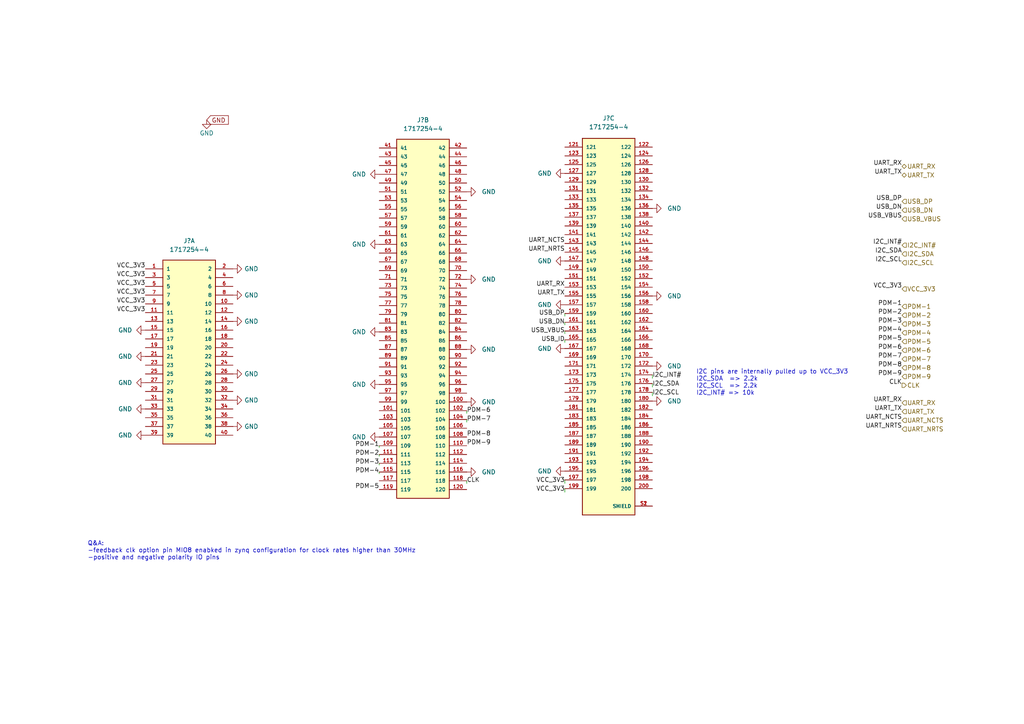
<source format=kicad_sch>
(kicad_sch (version 20230121) (generator eeschema)
  (paper "A4")
  (lib_symbols
    (symbol "1717254-4:1717254-4" (pin_names (offset 1.016))
      (property "Reference" "J" (at -7.655 26.2939 0))
      (property "Value" "1717254-4" (at -7.6467 -30.5778 0))
      (symbol "1717254-4_1_0"
        (rectangle (start -7.62 -27.94) (end 7.62 25.4) (stroke (width 0.254)) (fill (type background)))
        (pin passive line (at -12.7 22.86 0) (length 5.08) (name "1") (number "1"))
        (pin passive line (at 12.7 12.7 180) (length 5.08) (name "10") (number "10"))
        (pin passive line (at -12.7 10.16 0) (length 5.08) (name "11") (number "11"))
        (pin passive line (at 12.7 10.16 180) (length 5.08) (name "12") (number "12"))
        (pin passive line (at -12.7 7.62 0) (length 5.08) (name "13") (number "13"))
        (pin passive line (at 12.7 7.62 180) (length 5.08) (name "14") (number "14"))
        (pin passive line (at -12.7 5.08 0) (length 5.08) (name "15") (number "15"))
        (pin passive line (at 12.7 5.08 180) (length 5.08) (name "16") (number "16"))
        (pin passive line (at -12.7 2.54 0) (length 5.08) (name "17") (number "17"))
        (pin passive line (at 12.7 2.54 180) (length 5.08) (name "18") (number "18"))
        (pin passive line (at -12.7 0 0) (length 5.08) (name "19") (number "19"))
        (pin passive line (at 12.7 22.86 180) (length 5.08) (name "2") (number "2"))
        (pin passive line (at 12.7 0 180) (length 5.08) (name "20") (number "20"))
        (pin passive line (at -12.7 -2.54 0) (length 5.08) (name "21") (number "21"))
        (pin passive line (at 12.7 -2.54 180) (length 5.08) (name "22") (number "22"))
        (pin passive line (at -12.7 -5.08 0) (length 5.08) (name "23") (number "23"))
        (pin passive line (at 12.7 -5.08 180) (length 5.08) (name "24") (number "24"))
        (pin passive line (at -12.7 -7.62 0) (length 5.08) (name "25") (number "25"))
        (pin passive line (at 12.7 -7.62 180) (length 5.08) (name "26") (number "26"))
        (pin passive line (at -12.7 -10.16 0) (length 5.08) (name "27") (number "27"))
        (pin passive line (at 12.7 -10.16 180) (length 5.08) (name "28") (number "28"))
        (pin passive line (at -12.7 -12.7 0) (length 5.08) (name "29") (number "29"))
        (pin passive line (at -12.7 20.32 0) (length 5.08) (name "3") (number "3"))
        (pin passive line (at 12.7 -12.7 180) (length 5.08) (name "30") (number "30"))
        (pin passive line (at -12.7 -15.24 0) (length 5.08) (name "31") (number "31"))
        (pin passive line (at 12.7 -15.24 180) (length 5.08) (name "32") (number "32"))
        (pin passive line (at -12.7 -17.78 0) (length 5.08) (name "33") (number "33"))
        (pin passive line (at 12.7 -17.78 180) (length 5.08) (name "34") (number "34"))
        (pin passive line (at -12.7 -20.32 0) (length 5.08) (name "35") (number "35"))
        (pin passive line (at 12.7 -20.32 180) (length 5.08) (name "36") (number "36"))
        (pin passive line (at -12.7 -22.86 0) (length 5.08) (name "37") (number "37"))
        (pin passive line (at 12.7 -22.86 180) (length 5.08) (name "38") (number "38"))
        (pin passive line (at -12.7 -25.4 0) (length 5.08) (name "39") (number "39"))
        (pin passive line (at 12.7 20.32 180) (length 5.08) (name "4") (number "4"))
        (pin passive line (at 12.7 -25.4 180) (length 5.08) (name "40") (number "40"))
        (pin passive line (at -12.7 17.78 0) (length 5.08) (name "5") (number "5"))
        (pin passive line (at 12.7 17.78 180) (length 5.08) (name "6") (number "6"))
        (pin passive line (at -12.7 15.24 0) (length 5.08) (name "7") (number "7"))
        (pin passive line (at 12.7 15.24 180) (length 5.08) (name "8") (number "8"))
        (pin passive line (at -12.7 12.7 0) (length 5.08) (name "9") (number "9"))
      )
      (symbol "1717254-4_2_0"
        (rectangle (start -7.62 -53.34) (end 7.62 50.8) (stroke (width 0.254)) (fill (type background)))
        (pin passive line (at 12.7 -25.4 180) (length 5.08) (name "100") (number "100"))
        (pin passive line (at -12.7 -27.94 0) (length 5.08) (name "101") (number "101"))
        (pin passive line (at 12.7 -27.94 180) (length 5.08) (name "102") (number "102"))
        (pin passive line (at -12.7 -30.48 0) (length 5.08) (name "103") (number "103"))
        (pin passive line (at 12.7 -30.48 180) (length 5.08) (name "104") (number "104"))
        (pin passive line (at -12.7 -33.02 0) (length 5.08) (name "105") (number "105"))
        (pin passive line (at 12.7 -33.02 180) (length 5.08) (name "106") (number "106"))
        (pin passive line (at -12.7 -35.56 0) (length 5.08) (name "107") (number "107"))
        (pin passive line (at 12.7 -35.56 180) (length 5.08) (name "108") (number "108"))
        (pin passive line (at -12.7 -38.1 0) (length 5.08) (name "109") (number "109"))
        (pin passive line (at 12.7 -38.1 180) (length 5.08) (name "110") (number "110"))
        (pin passive line (at -12.7 -40.64 0) (length 5.08) (name "111") (number "111"))
        (pin passive line (at 12.7 -40.64 180) (length 5.08) (name "112") (number "112"))
        (pin passive line (at -12.7 -43.18 0) (length 5.08) (name "113") (number "113"))
        (pin passive line (at 12.7 -43.18 180) (length 5.08) (name "114") (number "114"))
        (pin passive line (at -12.7 -45.72 0) (length 5.08) (name "115") (number "115"))
        (pin passive line (at 12.7 -45.72 180) (length 5.08) (name "116") (number "116"))
        (pin passive line (at -12.7 -48.26 0) (length 5.08) (name "117") (number "117"))
        (pin passive line (at 12.7 -48.26 180) (length 5.08) (name "118") (number "118"))
        (pin passive line (at -12.7 -50.8 0) (length 5.08) (name "119") (number "119"))
        (pin passive line (at 12.7 -50.8 180) (length 5.08) (name "120") (number "120"))
        (pin passive line (at -12.7 48.26 0) (length 5.08) (name "41") (number "41"))
        (pin passive line (at 12.7 48.26 180) (length 5.08) (name "42") (number "42"))
        (pin passive line (at -12.7 45.72 0) (length 5.08) (name "43") (number "43"))
        (pin passive line (at 12.7 45.72 180) (length 5.08) (name "44") (number "44"))
        (pin passive line (at -12.7 43.18 0) (length 5.08) (name "45") (number "45"))
        (pin passive line (at 12.7 43.18 180) (length 5.08) (name "46") (number "46"))
        (pin passive line (at -12.7 40.64 0) (length 5.08) (name "47") (number "47"))
        (pin passive line (at 12.7 40.64 180) (length 5.08) (name "48") (number "48"))
        (pin passive line (at -12.7 38.1 0) (length 5.08) (name "49") (number "49"))
        (pin passive line (at 12.7 38.1 180) (length 5.08) (name "50") (number "50"))
        (pin passive line (at -12.7 35.56 0) (length 5.08) (name "51") (number "51"))
        (pin passive line (at 12.7 35.56 180) (length 5.08) (name "52") (number "52"))
        (pin passive line (at -12.7 33.02 0) (length 5.08) (name "53") (number "53"))
        (pin passive line (at 12.7 33.02 180) (length 5.08) (name "54") (number "54"))
        (pin passive line (at -12.7 30.48 0) (length 5.08) (name "55") (number "55"))
        (pin passive line (at 12.7 30.48 180) (length 5.08) (name "56") (number "56"))
        (pin passive line (at -12.7 27.94 0) (length 5.08) (name "57") (number "57"))
        (pin passive line (at 12.7 27.94 180) (length 5.08) (name "58") (number "58"))
        (pin passive line (at -12.7 25.4 0) (length 5.08) (name "59") (number "59"))
        (pin passive line (at 12.7 25.4 180) (length 5.08) (name "60") (number "60"))
        (pin passive line (at -12.7 22.86 0) (length 5.08) (name "61") (number "61"))
        (pin passive line (at 12.7 22.86 180) (length 5.08) (name "62") (number "62"))
        (pin passive line (at -12.7 20.32 0) (length 5.08) (name "63") (number "63"))
        (pin passive line (at 12.7 20.32 180) (length 5.08) (name "64") (number "64"))
        (pin passive line (at -12.7 17.78 0) (length 5.08) (name "65") (number "65"))
        (pin passive line (at 12.7 17.78 180) (length 5.08) (name "66") (number "66"))
        (pin passive line (at -12.7 15.24 0) (length 5.08) (name "67") (number "67"))
        (pin passive line (at 12.7 15.24 180) (length 5.08) (name "68") (number "68"))
        (pin passive line (at -12.7 12.7 0) (length 5.08) (name "69") (number "69"))
        (pin passive line (at 12.7 12.7 180) (length 5.08) (name "70") (number "70"))
        (pin passive line (at -12.7 10.16 0) (length 5.08) (name "71") (number "71"))
        (pin passive line (at 12.7 10.16 180) (length 5.08) (name "72") (number "72"))
        (pin passive line (at -12.7 7.62 0) (length 5.08) (name "73") (number "73"))
        (pin passive line (at 12.7 7.62 180) (length 5.08) (name "74") (number "74"))
        (pin passive line (at -12.7 5.08 0) (length 5.08) (name "75") (number "75"))
        (pin passive line (at 12.7 5.08 180) (length 5.08) (name "76") (number "76"))
        (pin passive line (at -12.7 2.54 0) (length 5.08) (name "77") (number "77"))
        (pin passive line (at 12.7 2.54 180) (length 5.08) (name "78") (number "78"))
        (pin passive line (at -12.7 0 0) (length 5.08) (name "79") (number "79"))
        (pin passive line (at 12.7 0 180) (length 5.08) (name "80") (number "80"))
        (pin passive line (at -12.7 -2.54 0) (length 5.08) (name "81") (number "81"))
        (pin passive line (at 12.7 -2.54 180) (length 5.08) (name "82") (number "82"))
        (pin passive line (at -12.7 -5.08 0) (length 5.08) (name "83") (number "83"))
        (pin passive line (at 12.7 -5.08 180) (length 5.08) (name "84") (number "84"))
        (pin passive line (at -12.7 -7.62 0) (length 5.08) (name "85") (number "85"))
        (pin passive line (at 12.7 -7.62 180) (length 5.08) (name "86") (number "86"))
        (pin passive line (at -12.7 -10.16 0) (length 5.08) (name "87") (number "87"))
        (pin passive line (at 12.7 -10.16 180) (length 5.08) (name "88") (number "88"))
        (pin passive line (at -12.7 -12.7 0) (length 5.08) (name "89") (number "89"))
        (pin passive line (at 12.7 -12.7 180) (length 5.08) (name "90") (number "90"))
        (pin passive line (at -12.7 -15.24 0) (length 5.08) (name "91") (number "91"))
        (pin passive line (at 12.7 -15.24 180) (length 5.08) (name "92") (number "92"))
        (pin passive line (at -12.7 -17.78 0) (length 5.08) (name "93") (number "93"))
        (pin passive line (at 12.7 -17.78 180) (length 5.08) (name "94") (number "94"))
        (pin passive line (at -12.7 -20.32 0) (length 5.08) (name "95") (number "95"))
        (pin passive line (at 12.7 -20.32 180) (length 5.08) (name "96") (number "96"))
        (pin passive line (at -12.7 -22.86 0) (length 5.08) (name "97") (number "97"))
        (pin passive line (at 12.7 -22.86 180) (length 5.08) (name "98") (number "98"))
        (pin passive line (at -12.7 -25.4 0) (length 5.08) (name "99") (number "99"))
      )
      (symbol "1717254-4_3_0"
        (rectangle (start -7.62 -55.88) (end 7.62 53.34) (stroke (width 0.254)) (fill (type background)))
        (pin passive line (at -12.7 50.8 0) (length 5.08) (name "121") (number "121"))
        (pin passive line (at 12.7 50.8 180) (length 5.08) (name "122") (number "122"))
        (pin passive line (at -12.7 48.26 0) (length 5.08) (name "123") (number "123"))
        (pin passive line (at 12.7 48.26 180) (length 5.08) (name "124") (number "124"))
        (pin passive line (at -12.7 45.72 0) (length 5.08) (name "125") (number "125"))
        (pin passive line (at 12.7 45.72 180) (length 5.08) (name "126") (number "126"))
        (pin passive line (at -12.7 43.18 0) (length 5.08) (name "127") (number "127"))
        (pin passive line (at 12.7 43.18 180) (length 5.08) (name "128") (number "128"))
        (pin passive line (at -12.7 40.64 0) (length 5.08) (name "129") (number "129"))
        (pin passive line (at 12.7 40.64 180) (length 5.08) (name "130") (number "130"))
        (pin passive line (at -12.7 38.1 0) (length 5.08) (name "131") (number "131"))
        (pin passive line (at 12.7 38.1 180) (length 5.08) (name "132") (number "132"))
        (pin passive line (at -12.7 35.56 0) (length 5.08) (name "133") (number "133"))
        (pin passive line (at 12.7 35.56 180) (length 5.08) (name "134") (number "134"))
        (pin passive line (at -12.7 33.02 0) (length 5.08) (name "135") (number "135"))
        (pin passive line (at 12.7 33.02 180) (length 5.08) (name "136") (number "136"))
        (pin passive line (at -12.7 30.48 0) (length 5.08) (name "137") (number "137"))
        (pin passive line (at 12.7 30.48 180) (length 5.08) (name "138") (number "138"))
        (pin passive line (at -12.7 27.94 0) (length 5.08) (name "139") (number "139"))
        (pin passive line (at 12.7 27.94 180) (length 5.08) (name "140") (number "140"))
        (pin passive line (at -12.7 25.4 0) (length 5.08) (name "141") (number "141"))
        (pin passive line (at 12.7 25.4 180) (length 5.08) (name "142") (number "142"))
        (pin passive line (at -12.7 22.86 0) (length 5.08) (name "143") (number "143"))
        (pin passive line (at 12.7 22.86 180) (length 5.08) (name "144") (number "144"))
        (pin passive line (at -12.7 20.32 0) (length 5.08) (name "145") (number "145"))
        (pin passive line (at 12.7 20.32 180) (length 5.08) (name "146") (number "146"))
        (pin passive line (at -12.7 17.78 0) (length 5.08) (name "147") (number "147"))
        (pin passive line (at 12.7 17.78 180) (length 5.08) (name "148") (number "148"))
        (pin passive line (at -12.7 15.24 0) (length 5.08) (name "149") (number "149"))
        (pin passive line (at 12.7 15.24 180) (length 5.08) (name "150") (number "150"))
        (pin passive line (at -12.7 12.7 0) (length 5.08) (name "151") (number "151"))
        (pin passive line (at 12.7 12.7 180) (length 5.08) (name "152") (number "152"))
        (pin passive line (at -12.7 10.16 0) (length 5.08) (name "153") (number "153"))
        (pin passive line (at 12.7 10.16 180) (length 5.08) (name "154") (number "154"))
        (pin passive line (at -12.7 7.62 0) (length 5.08) (name "155") (number "155"))
        (pin passive line (at 12.7 7.62 180) (length 5.08) (name "156") (number "156"))
        (pin passive line (at -12.7 5.08 0) (length 5.08) (name "157") (number "157"))
        (pin passive line (at 12.7 5.08 180) (length 5.08) (name "158") (number "158"))
        (pin passive line (at -12.7 2.54 0) (length 5.08) (name "159") (number "159"))
        (pin passive line (at 12.7 2.54 180) (length 5.08) (name "160") (number "160"))
        (pin passive line (at -12.7 0 0) (length 5.08) (name "161") (number "161"))
        (pin passive line (at 12.7 0 180) (length 5.08) (name "162") (number "162"))
        (pin passive line (at -12.7 -2.54 0) (length 5.08) (name "163") (number "163"))
        (pin passive line (at 12.7 -2.54 180) (length 5.08) (name "164") (number "164"))
        (pin passive line (at -12.7 -5.08 0) (length 5.08) (name "165") (number "165"))
        (pin passive line (at 12.7 -5.08 180) (length 5.08) (name "166") (number "166"))
        (pin passive line (at -12.7 -7.62 0) (length 5.08) (name "167") (number "167"))
        (pin passive line (at 12.7 -7.62 180) (length 5.08) (name "168") (number "168"))
        (pin passive line (at -12.7 -10.16 0) (length 5.08) (name "169") (number "169"))
        (pin passive line (at 12.7 -10.16 180) (length 5.08) (name "170") (number "170"))
        (pin passive line (at -12.7 -12.7 0) (length 5.08) (name "171") (number "171"))
        (pin passive line (at 12.7 -12.7 180) (length 5.08) (name "172") (number "172"))
        (pin passive line (at -12.7 -15.24 0) (length 5.08) (name "173") (number "173"))
        (pin passive line (at 12.7 -15.24 180) (length 5.08) (name "174") (number "174"))
        (pin passive line (at -12.7 -17.78 0) (length 5.08) (name "175") (number "175"))
        (pin passive line (at 12.7 -17.78 180) (length 5.08) (name "176") (number "176"))
        (pin passive line (at -12.7 -20.32 0) (length 5.08) (name "177") (number "177"))
        (pin passive line (at 12.7 -20.32 180) (length 5.08) (name "178") (number "178"))
        (pin passive line (at -12.7 -22.86 0) (length 5.08) (name "179") (number "179"))
        (pin passive line (at 12.7 -22.86 180) (length 5.08) (name "180") (number "180"))
        (pin passive line (at -12.7 -25.4 0) (length 5.08) (name "181") (number "181"))
        (pin passive line (at 12.7 -25.4 180) (length 5.08) (name "182") (number "182"))
        (pin passive line (at -12.7 -27.94 0) (length 5.08) (name "183") (number "183"))
        (pin passive line (at 12.7 -27.94 180) (length 5.08) (name "184") (number "184"))
        (pin passive line (at -12.7 -30.48 0) (length 5.08) (name "185") (number "185"))
        (pin passive line (at 12.7 -30.48 180) (length 5.08) (name "186") (number "186"))
        (pin passive line (at -12.7 -33.02 0) (length 5.08) (name "187") (number "187"))
        (pin passive line (at 12.7 -33.02 180) (length 5.08) (name "188") (number "188"))
        (pin passive line (at -12.7 -35.56 0) (length 5.08) (name "189") (number "189"))
        (pin passive line (at 12.7 -35.56 180) (length 5.08) (name "190") (number "190"))
        (pin passive line (at -12.7 -38.1 0) (length 5.08) (name "191") (number "191"))
        (pin passive line (at 12.7 -38.1 180) (length 5.08) (name "192") (number "192"))
        (pin passive line (at -12.7 -40.64 0) (length 5.08) (name "193") (number "193"))
        (pin passive line (at 12.7 -40.64 180) (length 5.08) (name "194") (number "194"))
        (pin passive line (at -12.7 -43.18 0) (length 5.08) (name "195") (number "195"))
        (pin passive line (at 12.7 -43.18 180) (length 5.08) (name "196") (number "196"))
        (pin passive line (at -12.7 -45.72 0) (length 5.08) (name "197") (number "197"))
        (pin passive line (at 12.7 -45.72 180) (length 5.08) (name "198") (number "198"))
        (pin passive line (at -12.7 -48.26 0) (length 5.08) (name "199") (number "199"))
        (pin passive line (at 12.7 -48.26 180) (length 5.08) (name "200") (number "200"))
        (pin passive line (at 12.7 -53.34 180) (length 5.08) (name "SHIELD") (number "S1"))
        (pin passive line (at 12.7 -53.34 180) (length 5.08) (name "SHIELD") (number "S2"))
      )
    )
    (symbol "power:GND" (power) (pin_names (offset 0))
      (property "Value" "GND" (at 0 -3.81 0))
      (symbol "GND_0_1"
        (polyline (pts (xy 0 0) (xy 0 -1.27) (xy 1.27 -1.27) (xy 0 -2.54) (xy -1.27 -1.27) (xy 0 -1.27)))
      )
      (symbol "GND_1_1"
        (pin power_in line (at 0 0 270) (length 0) hide (name "GND") (number "1"))
      )
    )
  )
  (wire (pts (xy 135.382 122.428) (xy 135.382 121.666)))
  (wire (pts (xy 163.83 94.234) (xy 163.83 93.472)))
  (wire (pts (xy 109.982 129.794) (xy 109.982 129.286)))
  (wire (pts (xy 163.83 91.694) (xy 163.83 90.932)))
  (wire (pts (xy 163.83 96.774) (xy 163.83 96.012)))
  (wire (pts (xy 109.982 134.874) (xy 109.982 134.366)))
  (wire (pts (xy 189.23 112.268) (xy 189.23 111.252)))
  (wire (pts (xy 135.382 140.208) (xy 135.382 139.446)))
  (wire (pts (xy 109.982 132.334) (xy 109.982 131.826)))
  (wire (pts (xy 189.23 114.808) (xy 189.23 113.792)))
  (wire (pts (xy 163.83 99.314) (xy 163.83 98.552)))
  (wire (pts (xy 163.83 142.748) (xy 163.83 141.732)))
  (wire (pts (xy 189.23 109.728) (xy 189.23 108.712)))
  (wire (pts (xy 163.83 140.208) (xy 163.83 139.192)))
  (wire (pts (xy 135.382 119.888) (xy 135.382 119.126)))
  (wire (pts (xy 109.982 137.414) (xy 109.982 136.906)))
  (text "I2C pins are internally pulled up to VCC_3V3 \nI2C_SDA  => 2.2k\nI2C_SCL  => 2.2k\nI2C_INT# => 10k\n" (at 201.93 114.808 0) (effects (font (size 1.27 1.27)) (justify left bottom)))
  (text "Q&A:\n-feedback clk option pin MIO8 enabked in zynq configuration for clock rates higher than 30MHz\n-positive and negative polarity IO pins" (at 25.4 162.56 0) (effects (font (size 1.27 1.27)) (justify left bottom)))
  (label "VCC_3V3" (at 42.164 80.518 180))
  (label "PDM-1" (at 109.982 129.794 180))
  (label "UART_NRTS" (at 163.83 73.152 180))
  (label "UART_TX" (at 163.83 85.852 180))
  (label "I2C_SDA" (at 261.62 73.66 180))
  (label "PDM-2" (at 109.982 132.334 180))
  (label "PDM-7" (at 135.382 122.428 0))
  (label "VCC_3V3" (at 42.164 90.678 180))
  (label "UART_TX" (at 261.62 119.38 180))
  (label "CLK" (at 135.382 140.208 0))
  (label "VCC_3V3" (at 42.164 85.598 180))
  (label "PDM-4" (at 261.62 96.52 180))
  (label "PDM-5" (at 109.982 141.986 180))
  (label "VCC_3V3" (at 163.83 140.208 180))
  (label "I2C_SDA" (at 189.23 112.268 0))
  (label "I2C_INT#" (at 261.62 71.12 180))
  (label "PDM-8" (at 261.62 106.68 180))
  (label "VCC_3V3" (at 163.83 142.748 180))
  (label "PDM-1" (at 261.62 88.9 180))
  (label "PDM-8" (at 135.382 126.746 0))
  (label "USB_DN" (at 261.62 60.96 180))
  (label "UART_RX" (at 261.62 48.26 180))
  (label "PDM-3" (at 261.62 93.98 180))
  (label "I2C_SCL" (at 261.62 76.2 180))
  (label "I2C_SCL" (at 189.23 114.808 0))
  (label "PDM-9" (at 135.382 129.286 0))
  (label "UART_NCTS" (at 261.62 121.92 180))
  (label "VCC_3V3" (at 42.164 77.978 180))
  (label "VCC_3V3" (at 42.164 88.138 180))
  (label "UART_TX" (at 261.62 50.8 180))
  (label "PDM-5" (at 261.62 99.06 180))
  (label "PDM-2" (at 261.62 91.44 180))
  (label "PDM-7" (at 261.62 104.14 180))
  (label "USB_DP" (at 163.83 91.694 180))
  (label "UART_RX" (at 163.83 83.312 180))
  (label "USB_VBUS" (at 261.62 63.5 180))
  (label "UART_NCTS" (at 163.83 70.612 180))
  (label "USB_ID" (at 163.83 99.314 180))
  (label "USB_VBUS" (at 163.83 96.774 180))
  (label "USB_DP" (at 261.62 58.42 180))
  (label "VCC_3V3" (at 42.164 83.058 180))
  (label "VCC_3V3" (at 261.62 83.82 180))
  (label "UART_NRTS" (at 261.62 124.46 180))
  (label "PDM-6" (at 135.382 119.888 0))
  (label "PDM-6" (at 261.62 101.6 180))
  (label "I2C_INT#" (at 189.23 109.728 0))
  (label "PDM-3" (at 109.982 134.874 180))
  (label "USB_DN" (at 163.83 94.234 180))
  (label "PDM-4" (at 109.982 137.414 180))
  (label "CLK" (at 261.62 111.76 180))
  (label "PDM-9" (at 261.62 109.22 180))
  (label "UART_RX" (at 261.62 116.84 180))
  (global_label "GND" (shape input) (at 59.944 34.798 0) (property "Intersheetrefs" "${INTERSHEET_REFS}" (effects hide)))
  (hierarchical_label "PDM-9" (shape input) (at 261.62 109.22 0))
  (hierarchical_label "PDM-5" (shape input) (at 261.62 99.06 0))
  (hierarchical_label "UART_NCTS" (shape input) (at 261.62 121.92 0))
  (hierarchical_label "PDM-3" (shape input) (at 261.62 93.98 0))
  (hierarchical_label "I2C_INT#" (shape input) (at 261.62 71.12 0))
  (hierarchical_label "I2C_SDA" (shape input) (at 261.62 73.66 0))
  (hierarchical_label "UART_TX" (shape bidirectional) (at 261.62 50.8 0))
  (hierarchical_label "I2C_SCL" (shape input) (at 261.62 76.2 0))
  (hierarchical_label "UART_TX" (shape input) (at 261.62 119.38 0))
  (hierarchical_label "PDM-7" (shape input) (at 261.62 104.14 0))
  (hierarchical_label "VCC_3V3" (shape input) (at 261.62 83.82 0))
  (hierarchical_label "PDM-4" (shape input) (at 261.62 96.52 0))
  (hierarchical_label "UART_RX" (shape input) (at 261.62 116.84 0))
  (hierarchical_label "UART_RX" (shape bidirectional) (at 261.62 48.26 0))
  (hierarchical_label "PDM-8" (shape input) (at 261.62 106.68 0))
  (hierarchical_label "PDM-2" (shape input) (at 261.62 91.44 0))
  (hierarchical_label "CLK" (shape output) (at 261.62 111.76 0))
  (hierarchical_label "UART_NRTS" (shape input) (at 261.62 124.46 0))
  (hierarchical_label "PDM-1" (shape input) (at 261.62 88.9 0))
  (hierarchical_label "USB_DP" (shape input) (at 261.62 58.42 0))
  (hierarchical_label "USB_VBUS" (shape input) (at 261.62 63.5 0))
  (hierarchical_label "USB_DN" (shape input) (at 261.62 60.96 0))
  (hierarchical_label "PDM-6" (shape input) (at 261.62 101.6 0))
  (symbol (lib_id "power:GND") (at 189.23 116.332 90) (mirror x) (unit 1)
    (property "Reference" "#PWR?" (effects hide))
    (property "Value" "GND" (at 193.548 116.3319 90) (effects (justify right)))
    (instances (project "EBS_Main" (path "" (reference "#PWR?") (unit 1))) (project "SenseU_Mainboard" (path "" (reference "#PWR044") (unit 1)) (path "" (reference "#PWR068") (unit 1))))
  )
  (symbol (lib_id "power:GND") (at 109.982 111.506 270) (unit 1)
    (property "Reference" "#PWR?" (effects hide))
    (property "Value" "GND" (at 106.172 111.5059 90) (effects (justify right)))
    (instances (project "EBS_Main" (path "" (reference "#PWR?") (unit 1))) (project "SenseU_Mainboard" (path "" (reference "#PWR029") (unit 1)) (path "" (reference "#PWR053") (unit 1))))
  )
  (symbol (lib_id "power:GND") (at 67.564 108.458 90) (mirror x) (unit 1)
    (property "Reference" "#PWR?" (effects hide))
    (property "Value" "GND" (at 70.866 108.4579 90) (effects (justify right)))
    (instances (project "EBS_Main" (path "" (reference "#PWR?") (unit 1))) (project "SenseU_Mainboard" (path "" (reference "#PWR023") (unit 1)) (path "" (reference "#PWR047") (unit 1))))
  )
  (symbol (lib_id "power:GND") (at 109.982 96.266 270) (unit 1)
    (property "Reference" "#PWR?" (effects hide))
    (property "Value" "GND" (at 106.172 96.2659 90) (effects (justify right)))
    (instances (project "EBS_Main" (path "" (reference "#PWR?") (unit 1))) (project "SenseU_Mainboard" (path "" (reference "#PWR028") (unit 1)) (path "" (reference "#PWR052") (unit 1))))
  )
  (symbol (lib_id "power:GND") (at 163.83 75.692 270) (unit 1)
    (property "Reference" "#PWR?" (effects hide))
    (property "Value" "GND" (at 160.02 75.6919 90) (effects (justify right)))
    (instances (project "EBS_Main" (path "" (reference "#PWR?") (unit 1))) (project "SenseU_Mainboard" (path "" (reference "#PWR037") (unit 1)) (path "" (reference "#PWR061") (unit 1))))
  )
  (symbol (lib_id "power:GND") (at 67.564 93.218 90) (mirror x) (unit 1)
    (property "Reference" "#PWR?" (effects hide))
    (property "Value" "GND" (at 70.866 93.2179 90) (effects (justify right)))
    (instances (project "EBS_Main" (path "" (reference "#PWR?") (unit 1))) (project "SenseU_Mainboard" (path "" (reference "#PWR022") (unit 1)) (path "" (reference "#PWR046") (unit 1))))
  )
  (symbol (lib_id "power:GND") (at 163.83 50.292 270) (unit 1)
    (property "Reference" "#PWR?" (effects hide))
    (property "Value" "GND" (at 160.02 50.2919 90) (effects (justify right)))
    (instances (project "EBS_Main" (path "" (reference "#PWR?") (unit 1))) (project "SenseU_Mainboard" (path "" (reference "#PWR036") (unit 1)) (path "" (reference "#PWR060") (unit 1))))
  )
  (symbol (lib_id "power:GND") (at 163.83 101.092 270) (unit 1)
    (property "Reference" "#PWR?" (effects hide))
    (property "Value" "GND" (at 160.02 101.0919 90) (effects (justify right)))
    (instances (project "EBS_Main" (path "" (reference "#PWR?") (unit 1))) (project "SenseU_Mainboard" (path "" (reference "#PWR039") (unit 1)) (path "" (reference "#PWR063") (unit 1))))
  )
  (symbol (lib_id "power:GND") (at 135.382 55.626 90) (mirror x) (unit 1)
    (property "Reference" "#PWR?" (effects hide))
    (property "Value" "GND" (at 139.7 55.6259 90) (effects (justify right)))
    (instances (project "EBS_Main" (path "" (reference "#PWR?") (unit 1))) (project "SenseU_Mainboard" (path "" (reference "#PWR031") (unit 1)) (path "" (reference "#PWR055") (unit 1))))
  )
  (symbol (lib_id "power:GND") (at 42.164 95.758 270) (unit 1)
    (property "Reference" "#PWR?" (effects hide))
    (property "Value" "GND" (at 38.354 95.7579 90) (effects (justify right)))
    (instances (project "EBS_Main" (path "" (reference "#PWR?") (unit 1))) (project "SenseU_Mainboard" (path "" (reference "#PWR015") (unit 1)) (path "" (reference "#PWR038") (unit 1))))
  )
  (symbol (lib_id "1717254-4:1717254-4") (at 122.682 91.186 0) (unit 2)
    (property "Reference" "J?" (at 122.682 34.798 0))
    (property "Value" "1717254-4" (at 122.682 37.338 0))
    (property "Footprint" "TE_1717254-4" (effects hide))
    (property "PARTREV" "D2" (effects hide))
    (property "MANUFACTURER" "TE Connectivity" (effects hide))
    (property "SNAPEDA_PN" "1717254-4" (effects hide))
    (property "MAXIMUM_PACKAGE_HEIGHT" "5.3 mm" (effects hide))
    (property "STANDARD" "Manufacturer Recommendations" (effects hide))
    (instances (project "EBS_Main" (path "" (reference "J?") (unit 2))) (project "SenseU_Mainboard" (path "" (reference "J3") (unit 2)) (path "" (reference "J4") (unit 2))))
  )
  (symbol (lib_id "power:GND") (at 163.83 136.652 270) (unit 1)
    (property "Reference" "#PWR?" (effects hide))
    (property "Value" "GND" (at 160.02 136.6519 90) (effects (justify right)))
    (instances (project "EBS_Main" (path "" (reference "#PWR?") (unit 1))) (project "SenseU_Mainboard" (path "" (reference "#PWR040") (unit 1)) (path "" (reference "#PWR064") (unit 1))))
  )
  (symbol (lib_id "1717254-4:1717254-4") (at 176.53 93.472 0) (unit 3)
    (property "Reference" "J?" (at 176.53 34.29 0))
    (property "Value" "1717254-4" (at 176.53 36.83 0))
    (property "Footprint" "TE_1717254-4" (effects hide))
    (property "PARTREV" "D2" (effects hide))
    (property "MANUFACTURER" "TE Connectivity" (effects hide))
    (property "SNAPEDA_PN" "1717254-4" (effects hide))
    (property "MAXIMUM_PACKAGE_HEIGHT" "5.3 mm" (effects hide))
    (property "STANDARD" "Manufacturer Recommendations" (effects hide))
    (instances (project "EBS_Main" (path "" (reference "J?") (unit 3))) (project "SenseU_Mainboard" (path "" (reference "J3") (unit 3)) (path "" (reference "J4") (unit 3))))
  )
  (symbol (lib_id "power:GND") (at 189.23 106.172 90) (mirror x) (unit 1)
    (property "Reference" "#PWR?" (effects hide))
    (property "Value" "GND" (at 193.548 106.1719 90) (effects (justify right)))
    (instances (project "EBS_Main" (path "" (reference "#PWR?") (unit 1))) (project "SenseU_Mainboard" (path "" (reference "#PWR043") (unit 1)) (path "" (reference "#PWR067") (unit 1))))
  )
  (symbol (lib_id "power:GND") (at 67.564 123.698 90) (mirror x) (unit 1)
    (property "Reference" "#PWR?" (effects hide))
    (property "Value" "GND" (at 70.866 123.6979 90) (effects (justify right)))
    (instances (project "EBS_Main" (path "" (reference "#PWR?") (unit 1))) (project "SenseU_Mainboard" (path "" (reference "#PWR025") (unit 1)) (path "" (reference "#PWR049") (unit 1))))
  )
  (symbol (lib_id "power:GND") (at 189.23 85.852 90) (mirror x) (unit 1)
    (property "Reference" "#PWR?" (effects hide))
    (property "Value" "GND" (at 193.548 85.8519 90) (effects (justify right)))
    (instances (project "EBS_Main" (path "" (reference "#PWR?") (unit 1))) (project "SenseU_Mainboard" (path "" (reference "#PWR042") (unit 1)) (path "" (reference "#PWR066") (unit 1))))
  )
  (symbol (lib_id "power:GND") (at 42.164 126.238 270) (unit 1)
    (property "Reference" "#PWR?" (effects hide))
    (property "Value" "GND" (at 38.354 126.2379 90) (effects (justify right)))
    (instances (project "EBS_Main" (path "" (reference "#PWR?") (unit 1))) (project "SenseU_Mainboard" (path "" (reference "#PWR019") (unit 1)) (path "" (reference "#PWR042") (unit 1))))
  )
  (symbol (lib_id "power:GND") (at 135.382 101.346 90) (mirror x) (unit 1)
    (property "Reference" "#PWR?" (effects hide))
    (property "Value" "GND" (at 139.7 101.3459 90) (effects (justify right)))
    (instances (project "EBS_Main" (path "" (reference "#PWR?") (unit 1))) (project "SenseU_Mainboard" (path "" (reference "#PWR033") (unit 1)) (path "" (reference "#PWR057") (unit 1))))
  )
  (symbol (lib_id "power:GND") (at 42.164 118.618 270) (unit 1)
    (property "Reference" "#PWR?" (effects hide))
    (property "Value" "GND" (at 38.354 118.6179 90) (effects (justify right)))
    (instances (project "EBS_Main" (path "" (reference "#PWR?") (unit 1))) (project "SenseU_Mainboard" (path "" (reference "#PWR018") (unit 1)) (path "" (reference "#PWR041") (unit 1))))
  )
  (symbol (lib_id "power:GND") (at 67.564 85.598 90) (mirror x) (unit 1)
    (property "Reference" "#PWR?" (effects hide))
    (property "Value" "GND" (at 70.866 85.5979 90) (effects (justify right)))
    (instances (project "EBS_Main" (path "" (reference "#PWR?") (unit 1))) (project "SenseU_Mainboard" (path "" (reference "#PWR021") (unit 1)) (path "" (reference "#PWR045") (unit 1))))
  )
  (symbol (lib_id "power:GND") (at 109.982 70.866 270) (unit 1)
    (property "Reference" "#PWR?" (effects hide))
    (property "Value" "GND" (at 106.172 70.8659 90) (effects (justify right)))
    (instances (project "EBS_Main" (path "" (reference "#PWR?") (unit 1))) (project "SenseU_Mainboard" (path "" (reference "#PWR027") (unit 1)) (path "" (reference "#PWR051") (unit 1))))
  )
  (symbol (lib_id "power:GND") (at 67.564 77.978 90) (mirror x) (unit 1)
    (property "Reference" "#PWR?" (effects hide))
    (property "Value" "GND" (at 70.866 77.9779 90) (effects (justify right)))
    (instances (project "EBS_Main" (path "" (reference "#PWR?") (unit 1))) (project "SenseU_Mainboard" (path "" (reference "#PWR020") (unit 1)) (path "" (reference "#PWR044") (unit 1))))
  )
  (symbol (lib_id "power:GND") (at 59.944 34.798 0) (unit 1)
    (property "Reference" "#PWR024" (effects hide))
    (property "Value" "GND" (at 59.944 38.608 0))
    (instances (project "DisplayU_Sisterboard" (path "" (reference "#PWR024") (unit 1)) (path "" (reference "#PWR026") (unit 1))) (project "SenseU_Mainboard" (path "" (reference "#PWR014") (unit 1)) (path "" (reference "#PWR043") (unit 1))))
  )
  (symbol (lib_id "power:GND") (at 109.982 50.546 270) (unit 1)
    (property "Reference" "#PWR?" (effects hide))
    (property "Value" "GND" (at 106.172 50.5459 90) (effects (justify right)))
    (instances (project "EBS_Main" (path "" (reference "#PWR?") (unit 1))) (project "SenseU_Mainboard" (path "" (reference "#PWR026") (unit 1)) (path "" (reference "#PWR050") (unit 1))))
  )
  (symbol (lib_id "power:GND") (at 42.164 103.378 270) (unit 1)
    (property "Reference" "#PWR?" (effects hide))
    (property "Value" "GND" (at 38.354 103.3779 90) (effects (justify right)))
    (instances (project "EBS_Main" (path "" (reference "#PWR?") (unit 1))) (project "SenseU_Mainboard" (path "" (reference "#PWR016") (unit 1)) (path "" (reference "#PWR039") (unit 1))))
  )
  (symbol (lib_id "power:GND") (at 189.23 60.452 90) (mirror x) (unit 1)
    (property "Reference" "#PWR?" (effects hide))
    (property "Value" "GND" (at 193.548 60.4519 90) (effects (justify right)))
    (instances (project "EBS_Main" (path "" (reference "#PWR?") (unit 1))) (project "SenseU_Mainboard" (path "" (reference "#PWR041") (unit 1)) (path "" (reference "#PWR065") (unit 1))))
  )
  (symbol (lib_id "1717254-4:1717254-4") (at 54.864 100.838 0) (unit 1)
    (property "Reference" "J?" (at 54.864 69.85 0))
    (property "Value" "1717254-4" (at 54.864 72.39 0))
    (property "Footprint" "TE_1717254-4" (effects hide))
    (property "PARTREV" "D2" (effects hide))
    (property "MANUFACTURER" "TE Connectivity" (effects hide))
    (property "SNAPEDA_PN" "1717254-4" (effects hide))
    (property "MAXIMUM_PACKAGE_HEIGHT" "5.3 mm" (effects hide))
    (property "STANDARD" "Manufacturer Recommendations" (effects hide))
    (instances (project "EBS_Main" (path "" (reference "J?") (unit 1))) (project "SenseU_Mainboard" (path "" (reference "J3") (unit 1)) (path "" (reference "J4") (unit 1))))
  )
  (symbol (lib_id "power:GND") (at 42.164 110.998 270) (unit 1)
    (property "Reference" "#PWR?" (effects hide))
    (property "Value" "GND" (at 38.354 110.9979 90) (effects (justify right)))
    (instances (project "EBS_Main" (path "" (reference "#PWR?") (unit 1))) (project "SenseU_Mainboard" (path "" (reference "#PWR017") (unit 1)) (path "" (reference "#PWR040") (unit 1))))
  )
  (symbol (lib_id "power:GND") (at 135.382 136.906 90) (mirror x) (unit 1)
    (property "Reference" "#PWR?" (effects hide))
    (property "Value" "GND" (at 139.7 136.9059 90) (effects (justify right)))
    (instances (project "EBS_Main" (path "" (reference "#PWR?") (unit 1))) (project "SenseU_Mainboard" (path "" (reference "#PWR035") (unit 1)) (path "" (reference "#PWR059") (unit 1))))
  )
  (symbol (lib_id "power:GND") (at 109.982 126.746 270) (unit 1)
    (property "Reference" "#PWR?" (effects hide))
    (property "Value" "GND" (at 106.172 126.7459 90) (effects (justify right)))
    (instances (project "EBS_Main" (path "" (reference "#PWR?") (unit 1))) (project "SenseU_Mainboard" (path "" (reference "#PWR030") (unit 1)) (path "" (reference "#PWR054") (unit 1))))
  )
  (symbol (lib_id "power:GND") (at 163.83 88.392 270) (unit 1)
    (property "Reference" "#PWR?" (effects hide))
    (property "Value" "GND" (at 160.02 88.3919 90) (effects (justify right)))
    (instances (project "EBS_Main" (path "" (reference "#PWR?") (unit 1))) (project "SenseU_Mainboard" (path "" (reference "#PWR038") (unit 1)) (path "" (reference "#PWR062") (unit 1))))
  )
  (symbol (lib_id "power:GND") (at 135.382 116.586 90) (mirror x) (unit 1)
    (property "Reference" "#PWR?" (effects hide))
    (property "Value" "GND" (at 139.7 116.5859 90) (effects (justify right)))
    (instances (project "EBS_Main" (path "" (reference "#PWR?") (unit 1))) (project "SenseU_Mainboard" (path "" (reference "#PWR034") (unit 1)) (path "" (reference "#PWR058") (unit 1))))
  )
  (symbol (lib_id "power:GND") (at 67.564 116.078 90) (mirror x) (unit 1)
    (property "Reference" "#PWR?" (effects hide))
    (property "Value" "GND" (at 70.866 116.0779 90) (effects (justify right)))
    (instances (project "EBS_Main" (path "" (reference "#PWR?") (unit 1))) (project "SenseU_Mainboard" (path "" (reference "#PWR024") (unit 1)) (path "" (reference "#PWR048") (unit 1))))
  )
  (symbol (lib_id "power:GND") (at 135.382 81.026 90) (mirror x) (unit 1)
    (property "Reference" "#PWR?" (effects hide))
    (property "Value" "GND" (at 139.7 81.0259 90) (effects (justify right)))
    (instances (project "EBS_Main" (path "" (reference "#PWR?") (unit 1))) (project "SenseU_Mainboard" (path "" (reference "#PWR032") (unit 1)) (path "" (reference "#PWR056") (unit 1))))
  )
)
</source>
